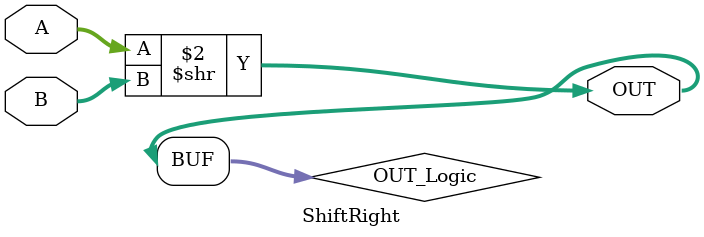
<source format=sv>

module ShiftRight
#(
	parameter INBits=32,
	parameter IBits=2
)
(
	input [INBits-1:0] A,
	input [IBits-1:0]B,
	
	output [INBits-1:0]OUT

);

 logic [INBits-1:0]OUT_Logic;

 always_comb
 begin
	OUT_Logic = A>>B;
 end
 
 assign OUT = OUT_Logic;


endmodule

</source>
